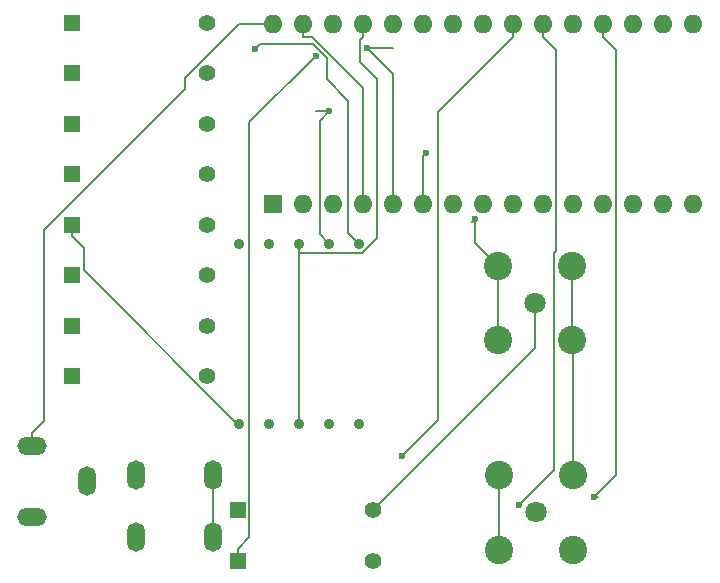
<source format=gbr>
%TF.GenerationSoftware,KiCad,Pcbnew,9.0.6-9.0.6~ubuntu24.04.1*%
%TF.CreationDate,2026-01-10T16:19:20-08:00*%
%TF.ProjectId,MCU Project,4d435520-5072-46f6-9a65-63742e6b6963,rev?*%
%TF.SameCoordinates,Original*%
%TF.FileFunction,Copper,L2,Bot*%
%TF.FilePolarity,Positive*%
%FSLAX46Y46*%
G04 Gerber Fmt 4.6, Leading zero omitted, Abs format (unit mm)*
G04 Created by KiCad (PCBNEW 9.0.6-9.0.6~ubuntu24.04.1) date 2026-01-10 16:19:20*
%MOMM*%
%LPD*%
G01*
G04 APERTURE LIST*
%TA.AperFunction,ComponentPad*%
%ADD10R,1.397000X1.397000*%
%TD*%
%TA.AperFunction,ComponentPad*%
%ADD11C,1.397000*%
%TD*%
%TA.AperFunction,ComponentPad*%
%ADD12O,1.520000X2.500000*%
%TD*%
%TA.AperFunction,ComponentPad*%
%ADD13C,1.800000*%
%TD*%
%TA.AperFunction,ComponentPad*%
%ADD14C,2.400000*%
%TD*%
%TA.AperFunction,ComponentPad*%
%ADD15O,2.500000X1.520000*%
%TD*%
%TA.AperFunction,ComponentPad*%
%ADD16R,1.600000X1.600000*%
%TD*%
%TA.AperFunction,ComponentPad*%
%ADD17O,1.600000X1.600000*%
%TD*%
%TA.AperFunction,ComponentPad*%
%ADD18C,0.900000*%
%TD*%
%TA.AperFunction,ViaPad*%
%ADD19C,0.600000*%
%TD*%
%TA.AperFunction,Conductor*%
%ADD20C,0.200000*%
%TD*%
G04 APERTURE END LIST*
D10*
%TO.P,R10,1*%
%TO.N,Net-(A1-A1)*%
X126820000Y-123750000D03*
D11*
%TO.P,R10,2*%
%TO.N,Net-(J2-Pad1)*%
X138250000Y-123750000D03*
%TD*%
D10*
%TO.P,R9,1*%
%TO.N,Net-(A1-A0)*%
X126820000Y-119473400D03*
D11*
%TO.P,R9,2*%
%TO.N,Net-(J1-Pad1)*%
X138250000Y-119473400D03*
%TD*%
D10*
%TO.P,R1,1*%
%TO.N,Net-(U1-E)*%
X112785000Y-78170200D03*
D11*
%TO.P,R1,2*%
%TO.N,Net-(A1-D2)*%
X124215000Y-78170200D03*
%TD*%
D10*
%TO.P,R7,1*%
%TO.N,Net-(U1-F)*%
X112785000Y-103829800D03*
D11*
%TO.P,R7,2*%
%TO.N,Net-(A1-D8)*%
X124215000Y-103829800D03*
%TD*%
D12*
%TO.P,U4,1,1*%
%TO.N,Net-(A1-A3)*%
X118250000Y-116500000D03*
%TO.P,U4,2,2*%
%TO.N,GND*%
X124750000Y-116500000D03*
%TD*%
D10*
%TO.P,R3,1*%
%TO.N,Net-(U1-C)*%
X112785000Y-86723400D03*
D11*
%TO.P,R3,2*%
%TO.N,Net-(A1-D4)*%
X124215000Y-86723400D03*
%TD*%
D13*
%TO.P,J2,1*%
%TO.N,Net-(J2-Pad1)*%
X152100000Y-119650000D03*
D14*
%TO.P,J2,S1*%
%TO.N,GND*%
X148950000Y-116500000D03*
X148950000Y-122800000D03*
X155250000Y-116500000D03*
X155250000Y-122800000D03*
%TD*%
D15*
%TO.P,DC1,1,1*%
%TO.N,Net-(A1-VIN)*%
X109400000Y-114000000D03*
%TO.P,DC1,2,2*%
%TO.N,GND*%
X109400000Y-120000000D03*
D12*
%TO.P,DC1,3,3*%
%TO.N,unconnected-(DC1-Pad3)*%
X114100000Y-117000000D03*
%TD*%
D10*
%TO.P,R5,1*%
%TO.N,Net-(U1-B)*%
X112785000Y-95276600D03*
D11*
%TO.P,R5,2*%
%TO.N,Net-(A1-D6)*%
X124215000Y-95276600D03*
%TD*%
D16*
%TO.P,A1,1,TX1*%
%TO.N,unconnected-(A1-TX1-Pad1)*%
X129840000Y-93500000D03*
D17*
%TO.P,A1,2,RX1*%
%TO.N,unconnected-(A1-RX1-Pad2)*%
X132380000Y-93500000D03*
%TO.P,A1,3,~{RESET}*%
%TO.N,unconnected-(A1-~{RESET}-Pad3)*%
X134920000Y-93500000D03*
%TO.P,A1,4,GND*%
%TO.N,GND*%
X137460000Y-93500000D03*
%TO.P,A1,5,D2*%
%TO.N,Net-(A1-D2)*%
X140000000Y-93500000D03*
%TO.P,A1,6,D3*%
%TO.N,Net-(A1-D3)*%
X142540000Y-93500000D03*
%TO.P,A1,7,D4*%
%TO.N,Net-(A1-D4)*%
X145080000Y-93500000D03*
%TO.P,A1,8,D5*%
%TO.N,Net-(A1-D5)*%
X147620000Y-93500000D03*
%TO.P,A1,9,D6*%
%TO.N,Net-(A1-D6)*%
X150160000Y-93500000D03*
%TO.P,A1,10,D7*%
%TO.N,Net-(A1-D7)*%
X152700000Y-93500000D03*
%TO.P,A1,11,D8*%
%TO.N,Net-(A1-D8)*%
X155240000Y-93500000D03*
%TO.P,A1,12,D9*%
%TO.N,Net-(A1-D9)*%
X157780000Y-93500000D03*
%TO.P,A1,13,D10*%
%TO.N,unconnected-(A1-D10-Pad13)*%
X160320000Y-93500000D03*
%TO.P,A1,14,MOSI*%
%TO.N,unconnected-(A1-MOSI-Pad14)*%
X162860000Y-93500000D03*
%TO.P,A1,15,MISO*%
%TO.N,unconnected-(A1-MISO-Pad15)*%
X165400000Y-93500000D03*
%TO.P,A1,16,SCK*%
%TO.N,unconnected-(A1-SCK-Pad16)*%
X165400000Y-78260000D03*
%TO.P,A1,17,3V3*%
%TO.N,unconnected-(A1-3V3-Pad17)*%
X162860000Y-78260000D03*
%TO.P,A1,18,AREF*%
%TO.N,unconnected-(A1-AREF-Pad18)*%
X160320000Y-78260000D03*
%TO.P,A1,19,A0*%
%TO.N,Net-(A1-A0)*%
X157780000Y-78260000D03*
%TO.P,A1,20,A1*%
%TO.N,Net-(A1-A1)*%
X155240000Y-78260000D03*
%TO.P,A1,21,A2*%
%TO.N,Net-(A1-A2)*%
X152700000Y-78260000D03*
%TO.P,A1,22,A3*%
%TO.N,Net-(A1-A3)*%
X150160000Y-78260000D03*
%TO.P,A1,23,SDA/A4*%
%TO.N,unconnected-(A1-SDA{slash}A4-Pad23)*%
X147620000Y-78260000D03*
%TO.P,A1,24,SCL/A5*%
%TO.N,unconnected-(A1-SCL{slash}A5-Pad24)*%
X145080000Y-78260000D03*
%TO.P,A1,25,A6*%
%TO.N,unconnected-(A1-A6-Pad25)*%
X142540000Y-78260000D03*
%TO.P,A1,26,A7*%
%TO.N,unconnected-(A1-A7-Pad26)*%
X140000000Y-78260000D03*
%TO.P,A1,27,+5V*%
%TO.N,+5V*%
X137460000Y-78260000D03*
%TO.P,A1,28,~{RESET}*%
%TO.N,unconnected-(A1-~{RESET}-Pad28)*%
X134920000Y-78260000D03*
%TO.P,A1,29,GND*%
%TO.N,GND*%
X132380000Y-78260000D03*
%TO.P,A1,30,VIN*%
%TO.N,Net-(A1-VIN)*%
X129840000Y-78260000D03*
%TD*%
D18*
%TO.P,U1,1,E*%
%TO.N,Net-(U1-E)*%
X137080000Y-96880000D03*
%TO.P,U1,2,D*%
%TO.N,Net-(U1-D)*%
X134540000Y-96880000D03*
%TO.P,U1,3,COM*%
%TO.N,+5V*%
X132000000Y-96880000D03*
%TO.P,U1,4,C*%
%TO.N,Net-(U1-C)*%
X129460000Y-96880000D03*
%TO.P,U1,5,DP*%
%TO.N,Net-(U1-DP)*%
X126920000Y-96880000D03*
%TO.P,U1,6,B*%
%TO.N,Net-(U1-B)*%
X126920000Y-112120000D03*
%TO.P,U1,7,A*%
%TO.N,Net-(U1-A)*%
X129460000Y-112120000D03*
%TO.P,U1,8,COM*%
%TO.N,+5V*%
X132000000Y-112120000D03*
%TO.P,U1,9,F*%
%TO.N,Net-(U1-F)*%
X134540000Y-112120000D03*
%TO.P,U1,10,G*%
%TO.N,Net-(U1-G)*%
X137080000Y-112120000D03*
%TD*%
D13*
%TO.P,J1,1*%
%TO.N,Net-(J1-Pad1)*%
X152000000Y-101900000D03*
D14*
%TO.P,J1,S1*%
%TO.N,GND*%
X148850000Y-98750000D03*
X148850000Y-105050000D03*
X155150000Y-98750000D03*
X155150000Y-105050000D03*
%TD*%
D10*
%TO.P,R2,1*%
%TO.N,Net-(U1-D)*%
X112785000Y-82446800D03*
D11*
%TO.P,R2,2*%
%TO.N,Net-(A1-D3)*%
X124215000Y-82446800D03*
%TD*%
D10*
%TO.P,R8,1*%
%TO.N,Net-(U1-G)*%
X112785000Y-108106400D03*
D11*
%TO.P,R8,2*%
%TO.N,Net-(A1-D9)*%
X124215000Y-108106400D03*
%TD*%
D10*
%TO.P,R4,1*%
%TO.N,Net-(U1-DP)*%
X112785000Y-91000000D03*
D11*
%TO.P,R4,2*%
%TO.N,Net-(A1-D5)*%
X124215000Y-91000000D03*
%TD*%
D10*
%TO.P,R6,1*%
%TO.N,Net-(U1-A)*%
X112785000Y-99553200D03*
D11*
%TO.P,R6,2*%
%TO.N,Net-(A1-D7)*%
X124215000Y-99553200D03*
%TD*%
D12*
%TO.P,U3,1,1*%
%TO.N,Net-(A1-A2)*%
X118250000Y-121750000D03*
%TO.P,U3,2,2*%
%TO.N,GND*%
X124750000Y-121750000D03*
%TD*%
D19*
%TO.N,Net-(U1-D)*%
X134585500Y-85690700D03*
%TO.N,Net-(U1-E)*%
X128300000Y-80432500D03*
%TO.N,Net-(A1-A3)*%
X140750300Y-114861200D03*
%TO.N,Net-(A1-A0)*%
X156961500Y-118379000D03*
%TO.N,Net-(A1-A2)*%
X150625000Y-119014500D03*
%TO.N,Net-(A1-D3)*%
X142800000Y-89187500D03*
%TO.N,Net-(A1-A1)*%
X133412000Y-81043000D03*
%TO.N,Net-(A1-D2)*%
X137768800Y-80309300D03*
%TO.N,GND*%
X146902500Y-94828300D03*
%TD*%
D20*
%TO.N,Net-(J1-Pad1)*%
X152000000Y-105723400D02*
X152000000Y-101900000D01*
X138250000Y-119473400D02*
X152000000Y-105723400D01*
%TO.N,Net-(U1-B)*%
X126803100Y-112120000D02*
X126920000Y-112120000D01*
X113785200Y-99102100D02*
X126803100Y-112120000D01*
X113785200Y-97277000D02*
X113785200Y-99102100D01*
X112785000Y-96276800D02*
X113785200Y-97277000D01*
X112785000Y-95276600D02*
X112785000Y-96276800D01*
%TO.N,Net-(U1-D)*%
X133770900Y-86505300D02*
X134585500Y-85690700D01*
X133770900Y-96110900D02*
X133770900Y-86505300D01*
X134540000Y-96880000D02*
X133770900Y-96110900D01*
X134585500Y-85690700D02*
X133433500Y-85690700D01*
X133433500Y-85690700D02*
X134585500Y-85690700D01*
X134585500Y-85690700D02*
X134583900Y-85690700D01*
X134583900Y-85690700D02*
X134585500Y-85690700D01*
%TO.N,Net-(U1-E)*%
X136190000Y-95990000D02*
X137080000Y-96880000D01*
X136190000Y-84791000D02*
X136190000Y-95990000D01*
X134365100Y-82966100D02*
X136190000Y-84791000D01*
X134365100Y-81145100D02*
X134365100Y-82966100D01*
X133221000Y-80001000D02*
X134365100Y-81145100D01*
X128731500Y-80001000D02*
X133221000Y-80001000D01*
X128300000Y-80432500D02*
X128731500Y-80001000D01*
%TO.N,Net-(A1-A3)*%
X143810000Y-111801500D02*
X140750300Y-114861200D01*
X143810000Y-85711700D02*
X143810000Y-111801500D01*
X150160000Y-79361700D02*
X143810000Y-85711700D01*
X150160000Y-78260000D02*
X150160000Y-79361700D01*
%TO.N,+5V*%
X132000000Y-97679900D02*
X132000000Y-96880000D01*
X132000000Y-112120000D02*
X132000000Y-104500000D01*
X137460000Y-78260000D02*
X137460000Y-79361700D01*
X132000000Y-104500000D02*
X132000000Y-104458700D01*
X132000000Y-104458700D02*
X132000000Y-100293100D01*
X132000000Y-100293100D02*
X132000000Y-97903800D01*
X132000000Y-97903800D02*
X132000000Y-97679900D01*
X137140900Y-79680800D02*
X137460000Y-79361700D01*
X137140900Y-81492700D02*
X137140900Y-79680800D01*
X138596200Y-82948000D02*
X137140900Y-81492700D01*
X138596200Y-96443100D02*
X138596200Y-82948000D01*
X137359400Y-97679900D02*
X138596200Y-96443100D01*
X132000000Y-97679900D02*
X137359400Y-97679900D01*
%TO.N,Net-(A1-A0)*%
X158881700Y-80463400D02*
X157780000Y-79361700D01*
X158881700Y-116458800D02*
X158881700Y-80463400D01*
X156961500Y-118379000D02*
X158881700Y-116458800D01*
X156961500Y-118379000D02*
X157344500Y-118379000D01*
X157344500Y-118379000D02*
X156961500Y-118379000D01*
X157780000Y-78260000D02*
X157780000Y-79361700D01*
%TO.N,Net-(A1-A2)*%
X153589500Y-116050000D02*
X150625000Y-119014500D01*
X153589500Y-97710500D02*
X153589500Y-116050000D01*
X153809900Y-97490100D02*
X153589500Y-97710500D01*
X153809900Y-80471600D02*
X153809900Y-97490100D01*
X152700000Y-79361700D02*
X153809900Y-80471600D01*
X152700000Y-78260000D02*
X152700000Y-79361700D01*
%TO.N,Net-(A1-D3)*%
X142540000Y-89447500D02*
X142540000Y-93500000D01*
X142800000Y-89187500D02*
X142540000Y-89447500D01*
%TO.N,Net-(A1-A1)*%
X127820200Y-86634800D02*
X133412000Y-81043000D01*
X127820200Y-121749600D02*
X127820200Y-86634800D01*
X126820000Y-122749800D02*
X127820200Y-121749600D01*
X126820000Y-123750000D02*
X126820000Y-122749800D01*
%TO.N,Net-(A1-D2)*%
X140000000Y-82540500D02*
X137768800Y-80309300D01*
X140000000Y-93500000D02*
X140000000Y-82540500D01*
X137768800Y-80309300D02*
X140000000Y-80309300D01*
X140000000Y-80309300D02*
X137768800Y-80309300D01*
%TO.N,Net-(A1-VIN)*%
X109400000Y-114000000D02*
X109400000Y-112938300D01*
X126963300Y-78260000D02*
X129840000Y-78260000D01*
X122349500Y-82873800D02*
X126963300Y-78260000D01*
X122349500Y-83832100D02*
X122349500Y-82873800D01*
X110461700Y-95719900D02*
X122349500Y-83832100D01*
X110461700Y-111876600D02*
X110461700Y-95719900D01*
X109400000Y-112938300D02*
X110461700Y-111876600D01*
%TO.N,GND*%
X137460000Y-93500000D02*
X137460000Y-92398300D01*
X132380000Y-78260000D02*
X132380000Y-79361700D01*
X155150000Y-103953100D02*
X155150000Y-98750000D01*
X155150000Y-103994400D02*
X155150000Y-103953100D01*
X155150000Y-105050000D02*
X155150000Y-104053100D01*
X155150000Y-104053100D02*
X155150000Y-103994400D01*
X155250000Y-105150000D02*
X155250000Y-116500000D01*
X155150000Y-105050000D02*
X155250000Y-105150000D01*
X148950000Y-122800000D02*
X148950000Y-116500000D01*
X124750000Y-121750000D02*
X124750000Y-116500000D01*
X137460000Y-83672000D02*
X137460000Y-92398300D01*
X133149700Y-79361700D02*
X137460000Y-83672000D01*
X132380000Y-79361700D02*
X133149700Y-79361700D01*
X148850000Y-105050000D02*
X148850000Y-101900000D01*
X148850000Y-101900000D02*
X148850000Y-101858700D01*
X148850000Y-101858700D02*
X148850000Y-100309900D01*
X148850000Y-100309900D02*
X148850000Y-98958700D01*
X148850000Y-98958700D02*
X148850000Y-98917400D01*
X148850000Y-98917400D02*
X148850000Y-98750000D01*
X146902500Y-96802500D02*
X146902500Y-94828300D01*
X148850000Y-98750000D02*
X146902500Y-96802500D01*
X146902500Y-94828300D02*
X146677400Y-95053400D01*
X146677400Y-95053400D02*
X146902500Y-94828300D01*
%TD*%
M02*

</source>
